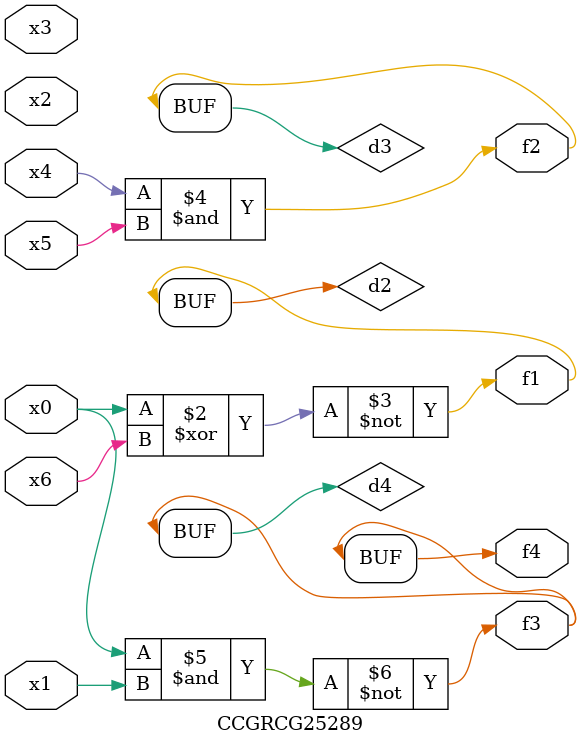
<source format=v>
module CCGRCG25289(
	input x0, x1, x2, x3, x4, x5, x6,
	output f1, f2, f3, f4
);

	wire d1, d2, d3, d4;

	nor (d1, x0);
	xnor (d2, x0, x6);
	and (d3, x4, x5);
	nand (d4, x0, x1);
	assign f1 = d2;
	assign f2 = d3;
	assign f3 = d4;
	assign f4 = d4;
endmodule

</source>
